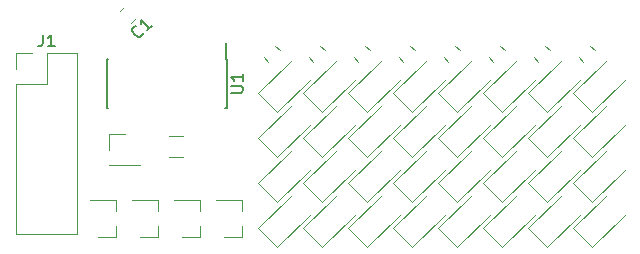
<source format=gbr>
G04 #@! TF.GenerationSoftware,KiCad,Pcbnew,5.0.2-bee76a0~70~ubuntu18.04.1*
G04 #@! TF.CreationDate,2019-08-18T09:54:40+02:00*
G04 #@! TF.ProjectId,595display,35393564-6973-4706-9c61-792e6b696361,rev?*
G04 #@! TF.SameCoordinates,PX5e78920PY37b6b20*
G04 #@! TF.FileFunction,Legend,Top*
G04 #@! TF.FilePolarity,Positive*
%FSLAX46Y46*%
G04 Gerber Fmt 4.6, Leading zero omitted, Abs format (unit mm)*
G04 Created by KiCad (PCBNEW 5.0.2-bee76a0~70~ubuntu18.04.1) date zo 18 aug 2019 09:54:40 CEST*
%MOMM*%
%LPD*%
G01*
G04 APERTURE LIST*
%ADD10C,0.120000*%
%ADD11C,0.150000*%
G04 APERTURE END LIST*
D10*
G04 #@! TO.C,C1*
X11352888Y25842796D02*
X10987204Y25477112D01*
X10348796Y26846888D02*
X9983112Y26481204D01*
G04 #@! TO.C,D1*
X24458805Y22253937D02*
X21711695Y19506827D01*
X21711695Y19506827D02*
X23316827Y17901695D01*
X23316827Y17901695D02*
X26063937Y20648805D01*
G04 #@! TO.C,D2*
X24458805Y18443937D02*
X21711695Y15696827D01*
X21711695Y15696827D02*
X23316827Y14091695D01*
X23316827Y14091695D02*
X26063937Y16838805D01*
G04 #@! TO.C,D3*
X24458805Y14633937D02*
X21711695Y11886827D01*
X21711695Y11886827D02*
X23316827Y10281695D01*
X23316827Y10281695D02*
X26063937Y13028805D01*
G04 #@! TO.C,D4*
X24458805Y10823937D02*
X21711695Y8076827D01*
X21711695Y8076827D02*
X23316827Y6471695D01*
X23316827Y6471695D02*
X26063937Y9218805D01*
G04 #@! TO.C,D5*
X27126827Y17901695D02*
X29873937Y20648805D01*
X25521695Y19506827D02*
X27126827Y17901695D01*
X28268805Y22253937D02*
X25521695Y19506827D01*
G04 #@! TO.C,D6*
X27126827Y14091695D02*
X29873937Y16838805D01*
X25521695Y15696827D02*
X27126827Y14091695D01*
X28268805Y18443937D02*
X25521695Y15696827D01*
G04 #@! TO.C,D7*
X27126827Y10281695D02*
X29873937Y13028805D01*
X25521695Y11886827D02*
X27126827Y10281695D01*
X28268805Y14633937D02*
X25521695Y11886827D01*
G04 #@! TO.C,D8*
X27126827Y6471695D02*
X29873937Y9218805D01*
X25521695Y8076827D02*
X27126827Y6471695D01*
X28268805Y10823937D02*
X25521695Y8076827D01*
G04 #@! TO.C,D9*
X32078805Y22253937D02*
X29331695Y19506827D01*
X29331695Y19506827D02*
X30936827Y17901695D01*
X30936827Y17901695D02*
X33683937Y20648805D01*
G04 #@! TO.C,D10*
X32078805Y18443937D02*
X29331695Y15696827D01*
X29331695Y15696827D02*
X30936827Y14091695D01*
X30936827Y14091695D02*
X33683937Y16838805D01*
G04 #@! TO.C,D11*
X32078805Y14633937D02*
X29331695Y11886827D01*
X29331695Y11886827D02*
X30936827Y10281695D01*
X30936827Y10281695D02*
X33683937Y13028805D01*
G04 #@! TO.C,D12*
X32078805Y10823937D02*
X29331695Y8076827D01*
X29331695Y8076827D02*
X30936827Y6471695D01*
X30936827Y6471695D02*
X33683937Y9218805D01*
G04 #@! TO.C,D13*
X34746827Y17901695D02*
X37493937Y20648805D01*
X33141695Y19506827D02*
X34746827Y17901695D01*
X35888805Y22253937D02*
X33141695Y19506827D01*
G04 #@! TO.C,D14*
X34746827Y14091695D02*
X37493937Y16838805D01*
X33141695Y15696827D02*
X34746827Y14091695D01*
X35888805Y18443937D02*
X33141695Y15696827D01*
G04 #@! TO.C,D15*
X34746827Y10281695D02*
X37493937Y13028805D01*
X33141695Y11886827D02*
X34746827Y10281695D01*
X35888805Y14633937D02*
X33141695Y11886827D01*
G04 #@! TO.C,D16*
X34746827Y6471695D02*
X37493937Y9218805D01*
X33141695Y8076827D02*
X34746827Y6471695D01*
X35888805Y10823937D02*
X33141695Y8076827D01*
G04 #@! TO.C,D17*
X39698805Y22253937D02*
X36951695Y19506827D01*
X36951695Y19506827D02*
X38556827Y17901695D01*
X38556827Y17901695D02*
X41303937Y20648805D01*
G04 #@! TO.C,D18*
X39698805Y18443937D02*
X36951695Y15696827D01*
X36951695Y15696827D02*
X38556827Y14091695D01*
X38556827Y14091695D02*
X41303937Y16838805D01*
G04 #@! TO.C,D19*
X39698805Y14633937D02*
X36951695Y11886827D01*
X36951695Y11886827D02*
X38556827Y10281695D01*
X38556827Y10281695D02*
X41303937Y13028805D01*
G04 #@! TO.C,D20*
X39698805Y10823937D02*
X36951695Y8076827D01*
X36951695Y8076827D02*
X38556827Y6471695D01*
X38556827Y6471695D02*
X41303937Y9218805D01*
G04 #@! TO.C,D21*
X42366827Y17901695D02*
X45113937Y20648805D01*
X40761695Y19506827D02*
X42366827Y17901695D01*
X43508805Y22253937D02*
X40761695Y19506827D01*
G04 #@! TO.C,D22*
X42366827Y14091695D02*
X45113937Y16838805D01*
X40761695Y15696827D02*
X42366827Y14091695D01*
X43508805Y18443937D02*
X40761695Y15696827D01*
G04 #@! TO.C,D23*
X43508805Y14633937D02*
X40761695Y11886827D01*
X40761695Y11886827D02*
X42366827Y10281695D01*
X42366827Y10281695D02*
X45113937Y13028805D01*
G04 #@! TO.C,D24*
X42366827Y6471695D02*
X45113937Y9218805D01*
X40761695Y8076827D02*
X42366827Y6471695D01*
X43508805Y10823937D02*
X40761695Y8076827D01*
G04 #@! TO.C,D25*
X47318805Y22253937D02*
X44571695Y19506827D01*
X44571695Y19506827D02*
X46176827Y17901695D01*
X46176827Y17901695D02*
X48923937Y20648805D01*
G04 #@! TO.C,D26*
X47318805Y18443937D02*
X44571695Y15696827D01*
X44571695Y15696827D02*
X46176827Y14091695D01*
X46176827Y14091695D02*
X48923937Y16838805D01*
G04 #@! TO.C,D27*
X46176827Y10281695D02*
X48923937Y13028805D01*
X44571695Y11886827D02*
X46176827Y10281695D01*
X47318805Y14633937D02*
X44571695Y11886827D01*
G04 #@! TO.C,D28*
X47318805Y10823937D02*
X44571695Y8076827D01*
X44571695Y8076827D02*
X46176827Y6471695D01*
X46176827Y6471695D02*
X48923937Y9218805D01*
G04 #@! TO.C,D29*
X49986827Y17901695D02*
X52733937Y20648805D01*
X48381695Y19506827D02*
X49986827Y17901695D01*
X51128805Y22253937D02*
X48381695Y19506827D01*
G04 #@! TO.C,D30*
X49986827Y14091695D02*
X52733937Y16838805D01*
X48381695Y15696827D02*
X49986827Y14091695D01*
X51128805Y18443937D02*
X48381695Y15696827D01*
G04 #@! TO.C,D31*
X49986827Y10281695D02*
X52733937Y13028805D01*
X48381695Y11886827D02*
X49986827Y10281695D01*
X51128805Y14633937D02*
X48381695Y11886827D01*
G04 #@! TO.C,D32*
X49986827Y6471695D02*
X52733937Y9218805D01*
X48381695Y8076827D02*
X49986827Y6471695D01*
X51128805Y10823937D02*
X48381695Y8076827D01*
G04 #@! TO.C,J1*
X1210000Y7560000D02*
X6410000Y7560000D01*
X1210000Y20320000D02*
X1210000Y7560000D01*
X6410000Y22920000D02*
X6410000Y7560000D01*
X1210000Y20320000D02*
X3810000Y20320000D01*
X3810000Y20320000D02*
X3810000Y22920000D01*
X3810000Y22920000D02*
X6410000Y22920000D01*
X1210000Y21590000D02*
X1210000Y22920000D01*
X1210000Y22920000D02*
X2540000Y22920000D01*
G04 #@! TO.C,J2*
X9084000Y13402000D02*
X11744000Y13402000D01*
X9084000Y13462000D02*
X9084000Y13402000D01*
X11744000Y13462000D02*
X11744000Y13402000D01*
X9084000Y13462000D02*
X11744000Y13462000D01*
X9084000Y14732000D02*
X9084000Y16062000D01*
X9084000Y16062000D02*
X10414000Y16062000D01*
G04 #@! TO.C,Q1*
X9650000Y7310000D02*
X8190000Y7310000D01*
X9650000Y10470000D02*
X7490000Y10470000D01*
X9650000Y10470000D02*
X9650000Y9540000D01*
X9650000Y7310000D02*
X9650000Y8240000D01*
G04 #@! TO.C,Q2*
X13206000Y7310000D02*
X13206000Y8240000D01*
X13206000Y10470000D02*
X13206000Y9540000D01*
X13206000Y10470000D02*
X11046000Y10470000D01*
X13206000Y7310000D02*
X11746000Y7310000D01*
G04 #@! TO.C,Q3*
X16762000Y7310000D02*
X15302000Y7310000D01*
X16762000Y10470000D02*
X14602000Y10470000D01*
X16762000Y10470000D02*
X16762000Y9540000D01*
X16762000Y7310000D02*
X16762000Y8240000D01*
G04 #@! TO.C,Q4*
X20318000Y7310000D02*
X20318000Y8240000D01*
X20318000Y10470000D02*
X20318000Y9540000D01*
X20318000Y10470000D02*
X18158000Y10470000D01*
X20318000Y7310000D02*
X18858000Y7310000D01*
G04 #@! TO.C,R1*
X23179204Y23544888D02*
X23544888Y23179204D01*
X22175112Y22540796D02*
X22540796Y22175112D01*
G04 #@! TO.C,R2*
X25985112Y22540796D02*
X26350796Y22175112D01*
X26989204Y23544888D02*
X27354888Y23179204D01*
G04 #@! TO.C,R3*
X30799204Y23544888D02*
X31164888Y23179204D01*
X29795112Y22540796D02*
X30160796Y22175112D01*
G04 #@! TO.C,R4*
X33605112Y22540796D02*
X33970796Y22175112D01*
X34609204Y23544888D02*
X34974888Y23179204D01*
G04 #@! TO.C,R5*
X38419204Y23544888D02*
X38784888Y23179204D01*
X37415112Y22540796D02*
X37780796Y22175112D01*
G04 #@! TO.C,R6*
X41225112Y22540796D02*
X41590796Y22175112D01*
X42229204Y23544888D02*
X42594888Y23179204D01*
G04 #@! TO.C,R7*
X46039204Y23544888D02*
X46404888Y23179204D01*
X45035112Y22540796D02*
X45400796Y22175112D01*
G04 #@! TO.C,R8*
X48845112Y22540796D02*
X49210796Y22175112D01*
X49849204Y23544888D02*
X50214888Y23179204D01*
D11*
G04 #@! TO.C,U1*
X19045000Y22395000D02*
X19020000Y22395000D01*
X19045000Y18245000D02*
X18940000Y18245000D01*
X8895000Y18245000D02*
X9000000Y18245000D01*
X8895000Y22395000D02*
X9000000Y22395000D01*
X19045000Y22395000D02*
X19045000Y18245000D01*
X8895000Y22395000D02*
X8895000Y18245000D01*
X19020000Y22395000D02*
X19020000Y23770000D01*
D10*
G04 #@! TO.C,C2*
X14129936Y15896000D02*
X15334064Y15896000D01*
X14129936Y14076000D02*
X15334064Y14076000D01*
G04 #@! TO.C,C1*
D11*
X11969413Y24624885D02*
X11969413Y24557542D01*
X11902069Y24422855D01*
X11834726Y24355511D01*
X11700038Y24288168D01*
X11565351Y24288168D01*
X11464336Y24321839D01*
X11295977Y24422855D01*
X11194962Y24523870D01*
X11093947Y24692229D01*
X11060275Y24793244D01*
X11060275Y24927931D01*
X11127619Y25062618D01*
X11194962Y25129962D01*
X11329649Y25197305D01*
X11396993Y25197305D01*
X12710191Y25230977D02*
X12306130Y24826916D01*
X12508161Y25028946D02*
X11801054Y25736053D01*
X11834726Y25567694D01*
X11834726Y25433007D01*
X11801054Y25331992D01*
G04 #@! TO.C,J1*
X3476666Y24467620D02*
X3476666Y23753334D01*
X3429047Y23610477D01*
X3333809Y23515239D01*
X3190952Y23467620D01*
X3095714Y23467620D01*
X4476666Y23467620D02*
X3905238Y23467620D01*
X4190952Y23467620D02*
X4190952Y24467620D01*
X4095714Y24324762D01*
X4000476Y24229524D01*
X3905238Y24181905D01*
G04 #@! TO.C,U1*
X19422380Y19558096D02*
X20231904Y19558096D01*
X20327142Y19605715D01*
X20374761Y19653334D01*
X20422380Y19748572D01*
X20422380Y19939048D01*
X20374761Y20034286D01*
X20327142Y20081905D01*
X20231904Y20129524D01*
X19422380Y20129524D01*
X20422380Y21129524D02*
X20422380Y20558096D01*
X20422380Y20843810D02*
X19422380Y20843810D01*
X19565238Y20748572D01*
X19660476Y20653334D01*
X19708095Y20558096D01*
G04 #@! TD*
M02*

</source>
